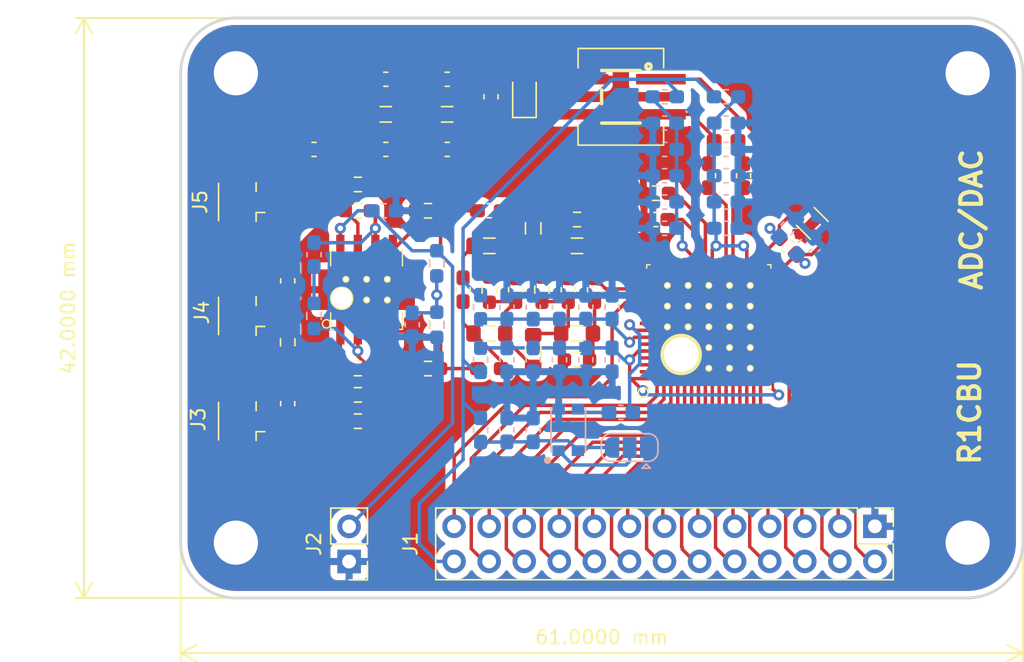
<source format=kicad_pcb>
(kicad_pcb (version 20210824) (generator pcbnew)
  (layers (0 "F.Cu" signal) (31 "B.Cu" signal) (34 "B.Paste" user) (35 "F.Paste" user) (36 "B.SilkS" user "B.Silkscreen") (37 "F.SilkS" user "F.Silkscreen") (38 "B.Mask" user) (39 "F.Mask" user) (44 "Edge.Cuts" user))
  (net 0 "")
  (net 1 "GND")
  (net 2 "VPP")
  (net 3 "/RF Frontend/RX")
  (net 4 "/RF Frontend/TX_P")
  (net 5 "/RF Frontend/TX_N")
  (net 6 "/RF Frontend/REFCLK")
  (net 7 "+3V3")
  (net 8 "/MODE")
  (net 9 "/RESET")
  (net 10 "/SEN")
  (net 11 "/SCLK")
  (net 12 "/SDO")
  (net 13 "/SDIO")
  (net 14 "/CLKOUT")
  (net 15 "/RXCLK")
  (net 16 "/TXCLK")
  (net 17 "/TXEN")
  (net 18 "/RXEN")
  (net 19 "/ADIO0")
  (net 20 "/ADIO1")
  (net 21 "/ADIO2")
  (net 22 "/ADIO3")
  (net 23 "/ADIO4")
  (net 24 "/ADIO5")
  (net 25 "/ADIO6")
  (net 26 "/ADIO7")
  (net 27 "/ADIO8")
  (net 28 "/ADIO9")
  (net 29 "/ADIO10")
  (net 30 "/ADIO11")
  (net 31 "/PGA")
  (net 32 "Net-(C1-Pad1)")
  (net 33 "Net-(C1-Pad2)")
  (net 34 "Net-(C2-Pad2)")
  (net 35 "Net-(C2-Pad1)")
  (net 36 "Net-(C3-Pad1)")
  (net 37 "Net-(C24-Pad2)")
  (net 38 "Net-(C4-Pad1)")
  (net 39 "Net-(C14-Pad1)")
  (net 40 "Net-(C10-Pad1)")
  (net 41 "Net-(C11-Pad1)")
  (net 42 "Net-(C12-Pad1)")
  (net 43 "Net-(C29-Pad1)")
  (net 44 "Net-(C29-Pad2)")
  (net 45 "Net-(C30-Pad1)")
  (net 46 "Net-(C30-Pad2)")
  (net 47 "Net-(C31-Pad1)")
  (net 48 "Net-(C31-Pad2)")
  (net 49 "Net-(C32-Pad1)")
  (net 50 "Net-(C32-Pad2)")
  (net 51 "Net-(C33-Pad1)")
  (net 52 "Net-(C34-Pad2)")
  (net 53 "Net-(C35-Pad1)")
  (net 54 "Net-(C36-Pad2)")
  (net 55 "Net-(C37-Pad2)")
  (net 56 "Net-(C39-Pad2)")
  (net 57 "Net-(C41-Pad1)")
  (net 58 "Net-(C41-Pad2)")
  (net 59 "Net-(C44-Pad2)")
  (net 60 "Net-(C45-Pad1)")
  (net 61 "Net-(C46-Pad1)")
  (net 62 "Net-(C47-Pad1)")
  (net 63 "Net-(JP1-Pad2)")
  (net 64 "Net-(R1-Pad2)")
  (net 65 "Net-(R10-Pad1)")
  (net 66 "Net-(R11-Pad1)")
  (net 67 "Net-(R12-Pad1)")
  (net 68 "Net-(R13-Pad1)")
  (net 69 "Net-(R14-Pad1)")
  (footprint "Capacitor_SMD:C_0603_1608Metric_Pad1.08x0.95mm_HandSolder" (layer "F.Cu") (at 102.235 58.42 90)
    (fp_text reference "C2" hide)
    (fp_text value "100nF")
  )
  (footprint "kicad:E_SERIES_1" (layer "F.Cu") (at 95.885 52.705)
    (fp_text reference "T1" hide)
    (fp_text value "8:1" hide)
  )
  (footprint "Capacitor_SMD:C_0603_1608Metric_Pad1.08x0.95mm_HandSolder" (layer "F.Cu") (at 78.86 56.515)
    (fp_text reference "C40" hide)
    (fp_text value "100pF")
  )
  (footprint "Inductor_SMD:L_0805_2012Metric_Pad1.05x1.20mm_HandSolder" (layer "F.Cu") (at 83.305 53.975 180)
    (fp_text reference "L7" hide)
    (fp_text value "330nH")
  )
  (footprint "Resistor_SMD:R_0603_1608Metric_Pad0.98x0.95mm_HandSolder" (layer "F.Cu") (at 76.835 59.055)
    (fp_text reference "R16" hide)
    (fp_text value "12")
  )
  (footprint "Resistor_SMD:R_0603_1608Metric_Pad0.98x0.95mm_HandSolder" (layer "F.Cu") (at 92.71 61.595)
    (fp_text reference "R3" hide)
    (fp_text value "33")
  )
  (footprint "Capacitor_SMD:C_0603_1608Metric_Pad1.08x0.95mm_HandSolder" (layer "F.Cu") (at 98.425 61.595 180)
    (fp_text reference "C4" hide)
    (fp_text value "100nF")
  )
  (footprint "Capacitor_SMD:C_0603_1608Metric_Pad1.08x0.95mm_HandSolder" (layer "F.Cu") (at 86.36 72.39 180)
    (fp_text reference "C34" hide)
    (fp_text value "100nF")
  )
  (footprint "Inductor_SMD:L_0805_2012Metric_Pad1.05x1.20mm_HandSolder" (layer "F.Cu") (at 86.36 63.5 180)
    (fp_text reference "L6" hide)
    (fp_text value "270nH")
  )
  (footprint "MountingHole:MountingHole_3.2mm_M3_DIN965_Pad" (layer "F.Cu") (at 121 85)
    (fp_text reference "H3" hide)
    (fp_text value "MountingHole_Pad" hide)
  )
  (footprint "Inductor_SMD:L_0805_2012Metric_Pad1.05x1.20mm_HandSolder" (layer "F.Cu") (at 78.86 53.975 180)
    (fp_text reference "L8" hide)
    (fp_text value "330nH")
  )
  (footprint "Capacitor_SMD:C_0603_1608Metric_Pad1.08x0.95mm_HandSolder" (layer "F.Cu") (at 93.98 66.675 90)
    (fp_text reference "C29" hide)
    (fp_text value "75pF")
  )
  (footprint "MountingHole:MountingHole_3.2mm_M3_DIN965_Pad" (layer "F.Cu") (at 68 85)
    (fp_text reference "H4" hide)
    (fp_text value "MountingHole_Pad" hide)
  )
  (footprint "Connector_Coaxial:U.FL_Hirose_U.FL-R-SMT-1_Vertical" (layer "F.Cu") (at 68.58 60.325 180)
    (fp_text reference "J5")
    (fp_text value "Conn_Coaxial")
  )
  (footprint "Connector_PinHeader_2.54mm:PinHeader_2x13_P2.54mm_Vertical" (layer "F.Cu") (at 114.285 83.815 -90)
    (fp_text reference "J1")
    (fp_text value "Conn_01x26" hide)
  )
  (footprint "Resistor_SMD:R_0603_1608Metric_Pad0.98x0.95mm_HandSolder" (layer "F.Cu") (at 92.71 71.755)
    (fp_text reference "R2" hide)
    (fp_text value "33")
  )
  (footprint "Inductor_SMD:L_0805_2012Metric_Pad1.05x1.20mm_HandSolder" (layer "F.Cu") (at 92.71 69.85 180)
    (fp_text reference "L1" hide)
    (fp_text value "240nH")
  )
  (footprint "MountingHole:MountingHole_3.2mm_M3_DIN965_Pad" (layer "F.Cu") (at 121 51)
    (fp_text reference "H2" hide)
    (fp_text value "MountingHole_Pad" hide)
  )
  (footprint "Connector_PinHeader_2.54mm:PinHeader_1x02_P2.54mm_Vertical" (layer "F.Cu") (at 76.2 86.365 180)
    (fp_text reference "J2")
    (fp_text value "Conn_01x02" hide)
  )
  (footprint "Resistor_SMD:R_0603_1608Metric_Pad0.98x0.95mm_HandSolder" (layer "F.Cu") (at 98.425 59.69)
    (fp_text reference "R1" hide)
    (fp_text value "1K6")
  )
  (footprint "Capacitor_SMD:C_0603_1608Metric_Pad1.08x0.95mm_HandSolder" (layer "F.Cu") (at 104.775 58.42 90)
    (fp_text reference "C3" hide)
    (fp_text value "100nF")
  )
  (footprint "Diode_SMD:D_SOD-323" (layer "F.Cu") (at 88.9 52.705 90)
    (fp_text reference "D1" hide)
    (fp_text value "CDSOD323-T05LC")
  )
  (footprint "Connector_Coaxial:U.FL_Hirose_U.FL-R-SMT-1_Vertical" (layer "F.Cu") (at 68.58 68.58 180)
    (fp_text reference "J4")
    (fp_text value "Conn_Coaxial")
  )
  (footprint "Inductor_SMD:L_0805_2012Metric_Pad1.05x1.20mm_HandSolder" (layer "F.Cu") (at 89.535 62.23 90)
    (fp_text reference "L4" hide)
    (fp_text value "270nH")
  )
  (footprint "Inductor_SMD:L_0805_2012Metric_Pad1.05x1.20mm_HandSolder" (layer "F.Cu") (at 86.36 69.85 180)
    (fp_text reference "L5" hide)
    (fp_text value "270nH")
  )
  (footprint "hermeslite:OPA2677" (layer "F.Cu") (at 75.565 69.55)
    (fp_text reference "U2" hide)
    (fp_text value "OPA2677")
  )
  (footprint "MountingHole:MountingHole_3.2mm_M3_DIN965_Pad" (layer "F.Cu") (at 68 51)
    (fp_text reference "H1" hide)
    (fp_text value "MountingHole_Pad" hide)
  )
  (footprint "Capacitor_SMD:C_0603_1608Metric_Pad1.08x0.95mm_HandSolder" (layer "F.Cu") (at 83.305 56.515)
    (fp_text reference "C38" hide)
    (fp_text value "180pF")
  )
  (footprint "Capacitor_SMD:C_0603_1608Metric_Pad1.08x0.95mm_HandSolder" (layer "F.Cu") (at 83.305 51.435 180)
    (fp_text reference "C37" hide)
    (fp_text value "10pF")
  )
  (footprint "hermeslite:AD9866" (layer "F.Cu") (at 102.255 69.37 90)
    (fp_text reference "U1" hide)
    (fp_text value "AD9866BCPZ")
  )
  (footprint "Capacitor_SMD:C_0603_1608Metric_Pad1.08x0.95mm_HandSolder" (layer "F.Cu") (at 86.48 52.705 90)
    (fp_text reference "C33" hide)
    (fp_text value "10pF")
  )
  (footprint "Resistor_SMD:R_0603_1608Metric_Pad0.98x0.95mm_HandSolder" (layer "F.Cu") (at 76.835 72.39)
    (fp_text reference "R13" hide)
    (fp_text value "330")
  )
  (footprint "Capacitor_SMD:C_0603_1608Metric_Pad1.08x0.95mm_HandSolder" (layer "F.Cu") (at 103.505 55.88)
    (fp_text reference "C24" hide)
    (fp_text value "8.2pF")
  )
  (footprint "Resistor_SMD:R_0603_1608Metric_Pad0.98x0.95mm_HandSolder" (layer "F.Cu") (at 76.835 60.96)
    (fp_text reference "R14" hide)
    (fp_text value "330")
  )
  (footprint "Capacitor_SMD:C_0603_1608Metric_Pad1.08x0.95mm_HandSolder" (layer "F.Cu") (at 73.66 56.515 180)
    (fp_text reference "C43" hide)
    (fp_text value "100nF")
  )
  (footprint "Capacitor_SMD:C_0603_1608Metric_Pad1.08x0.95mm_HandSolder" (layer "F.Cu") (at 71.755 74.93 -90)
    (fp_text reference "C45" hide)
    (fp_text value "100nF")
  )
  (footprint "Capacitor_SMD:C_1206_3216Metric_Pad1.33x1.80mm_HandSolder" (layer "F.Cu") (at 109.75312 61.87412 -45)
    (fp_text reference "C1" hide)
    (fp_text value "10uF")
  )
  (footprint "Capacitor_SMD:C_0603_1608Metric_Pad1.08x0.95mm_HandSolder" (layer "F.Cu") (at 86.36 60.96 180)
    (fp_text reference "C36" hide)
    (fp_text value "100nF")
  )
  (footprint "Resistor_SMD:R_0603_1608Metric_Pad0.98x0.95mm_HandSolder" (layer "F.Cu") (at 82.55 64.77 -90)
    (fp_text reference "R9" hide)
    (fp_text value "2K2")
  )
  (footprint "Inductor_SMD:L_0805_2012Metric_Pad1.05x1.20mm_HandSolder" (layer "F.Cu") (at 92.71 63.5 180)
    (fp_text reference "L2" hide)
    (fp_text value "240nH")
  )
  (footprint "Resistor_SMD:R_0603_1608Metric_Pad0.98x0.95mm_HandSolder" (layer "F.Cu") (at 86.36 66.675 -90)
    (fp_text reference "R5" hide)
    (fp_text value "1k")
  )
  (footprint "Capacitor_SMD:C_0603_1608Metric_Pad1.08x0.95mm_HandSolder" (layer "F.Cu") (at 88.265 66.675 90)
    (fp_text reference "C31" hide)
    (fp_text value "160pF")
  )
  (footprint "Resistor_SMD:R_0603_1608Metric_Pad0.98x0.95mm_HandSolder" (layer "F.Cu") (at 71.755 70.485 -90)
    (fp_text reference "R18" hide)
    (fp_text value "4K7")
  )
  (footprint "Capacitor_SMD:C_0603_1608Metric_Pad1.08x0.95mm_HandSolder" (layer "F.Cu") (at 84.455 66.675 90)
    (fp_text reference "C32" hide)
    (fp_text value "100pF")
  )
  (footprint "Resistor_SMD:R_0603_1608Metric_Pad0.98x0.95mm_HandSolder" (layer "F.Cu") (at 76.835 76.2 180)
    (fp_text reference "R17" hide)
    (fp_text value "4K7")
  )
  (footprint "Resistor_SMD:R_0603_1608Metric_Pad0.98x0.95mm_HandSolder" (layer "F.Cu") (at 76.835 74.295)
    (fp_text reference "R15" hide)
    (fp_text value "12")
  )
  (footprint "Resistor_SMD:R_0603_1608Metric_Pad0.98x0.95mm_HandSolder" (layer "F.Cu") (at 82.55 69.215 -90)
    (fp_text reference "R8" hide)
    (fp_text value "2K2")
  )
  (footprint "Capacitor_SMD:C_0603_1608Metric_Pad1.08x0.95mm_HandSolder" (layer "F.Cu") (at 107.97512 63.52512 -45)
    (fp_text reference "C13" hide)
    (fp_text value "100nF")
  )
  (footprint "Capacitor_SMD:C_0603_1608Metric_Pad1.08x0.95mm_HandSolder" (layer "F.Cu") (at 92.075 66.675 90)
    (fp_text reference "C30" hide)
    (fp_text value "150pF")
  )
  (footprint "Capacitor_SMD:C_0603_1608Metric_Pad1.08x0.95mm_HandSolder" (layer "F.Cu") (at 71.755 66.04 -90)
    (fp_text reference "C46" hide)
    (fp_text value "100nF")
  )
  (footprint "Resistor_SMD:R_0603_1608Metric_Pad0.98x0.95mm_HandSolder" (layer "F.Cu") (at 81.915 60.96)
    (fp_text reference "R12" hide)
    (fp_text value "22")
  )
  (footprint "Capacitor_SMD:C_0603_1608Metric_Pad1.08x0.95mm_HandSolder" (layer "F.Cu") (at 78.86 51.435 180)
    (fp_text reference "C39" hide)
    (fp_text value "10pF")
  )
  (footprint "Resistor_SMD:R_0603_1608Metric_Pad0.98x0.95mm_HandSolder" (layer "F.Cu") (at 90.17 66.675 -90)
    (fp_text reference "R4" hide)
    (fp_text value "1k")
  )
  (footprint "Connector_Coaxial:U.FL_Hirose_U.FL-R-SMT-1_Vertical" (layer "F.Cu") (at 68.58 76.2 180)
    (fp_text reference "J3")
    (fp_text value "Conn_Coaxial")
  )
  (footprint "Inductor_SMD:L_0805_2012Metric_Pad1.05x1.20mm_HandSolder" (layer "F.Cu") (at 89.535 71.12 -90)
    (fp_text reference "L3" hide)
    (fp_text value "270nH")
  )
  (footprint "Resistor_SMD:R_0603_1608Metric_Pad0.98x0.95mm_HandSolder" (layer "F.Cu") (at 81.915 72.39)
    (fp_text reference "R10" hide)
    (fp_text value "22")
  )
  (footprint "Capacitor_SMD:C_0603_1608Metric_Pad1.08x0.95mm_HandSolder" (layer "B.Cu") (at 87.63 71.755 -90)
    (fp_text reference "C28" hide)
    (fp_text value "10uF" hide)
  )
  (footprint "Capacitor_SMD:C_0603_1608Metric_Pad1.08x0.95mm_HandSolder" (layer "B.Cu") (at 78.74 60.96 180)
    (fp_text reference "C42" hide)
    (fp_text value "100nF" hide)
  )
  (footprint "kicad:TXCO" (layer "B.Cu") (at 92.075 76.835 90)
    (fp_text reference "X1" hide)
    (fp_text value "38.4M" hide)
  )
  (footprint "Capacitor_SMD:C_0603_1608Metric_Pad1.08x0.95mm_HandSolder" (layer "B.Cu") (at 103.505 54.61)
    (fp_text reference "C25" hide)
    (fp_text value "10uF" hide)
  )
  (footprint "Capacitor_SMD:C_0603_1608Metric_Pad1.08x0.95mm_HandSolder" (layer "B.Cu") (at 99.06 60.325 180)
    (fp_text reference "C10" hide)
    (fp_text value "10nF" hide)
  )
  (footprint "Capacitor_SMD:C_0603_1608Metric_Pad1.08x0.95mm_HandSolder" (layer "B.Cu") (at 80.772 69.215 -90)
    (fp_text reference "C35" hide)
    (fp_text value "100nF")
  )
  (footprint "Resistor_SMD:R_0603_1608Metric_Pad0.98x0.95mm_HandSolder" (layer "B.Cu") (at 82.55 69.215 90)
    (fp_text reference "R7" hide)
    (fp_text value "1k")
  )
  (footprint "Capacitor_SMD:C_0603_1608Metric_Pad1.08x0.95mm_HandSolder" (layer "B.Cu") (at 89.535 76.835 -90)
    (fp_text reference "C44" hide)
    (fp_text value "100nF" hide)
  )
  (footprint "Inductor_SMD:L_0603_1608Metric_Pad1.05x0.95mm_HandSolder" (layer "B.Cu") (at 99.06 52.705 180)
    (fp_text reference "FB2" hide)
    (fp_text value "MPZ1608S601ATA00" hide)
  )
  (footprint "Capacitor_SMD:C_0603_1608Metric_Pad1.08x0.95mm_HandSolder" (layer "B.Cu") (at 103.505 62.23)
    (fp_text reference "C5" hide)
    (fp_text value "1nF" hide)
  )
  (footprint "Capacitor_SMD:C_0603_1608Metric_Pad1.08x0.95mm_HandSolder" (layer "B.Cu") (at 91.44 67.945 90)
    (fp_text reference "C16" hide)
    (fp_text value "100nF" hide)
  )
  (footprint "Capacitor_SMD:C_0603_1608Metric_Pad1.08x0.95mm_HandSolder" (layer "B.Cu") (at 99.06 56.515 180)
    (fp_text reference "C19" hide)
    (fp_text value "1uF")
  )
  (footprint "Capacitor_SMD:C_0603_1608Metric_Pad1.08x0.95mm_HandSolder" (layer "B.Cu") (at 91.44 71.755 -90)
    (fp_text reference "C17" hide)
    (fp_text value "100nF" hide)
  )
  (footprint "Capacitor_SMD:C_0603_1608Metric_Pad1.08x0.95mm_HandSolder" (layer "B.Cu") (at 89.535 71.755 -90)
    (fp_text reference "C21" hide)
    (fp_text value "1uF" hide)
  )
  (footprint "Capacitor_SMD:C_0603_1608Metric_Pad1.08x0.95mm_HandSolder" (layer "B.Cu") (at 109.22 63.5 45)
    (fp_text reference "C23" hide)
    (fp_text value "100nF")
  )
  (footprint "Capacitor_SMD:C_0603_1608Metric_Pad1.08x0.95mm_HandSolder" (layer "B.Cu") (at 87.63 67.945 90)
    (fp_text reference "C27" hide)
    (fp_text value "10uF" hide)
  )
  (footprint "Capacitor_SMD:C_0603_1608Metric_Pad1.08x0.95mm_HandSolder" (layer "B.Cu") (at 103.505 56.515)
    (fp_text reference "C18" hide)
    (fp_text value "1uF" hide)
  )
  (footprint "Capacitor_SMD:C_0603_1608Metric_Pad1.08x0.95mm_HandSolder" (layer "B.Cu") (at 99.06 58.42 180)
    (fp_text reference "C15" hide)
    (fp_text value "100nF" hide)
  )
  (footprint "Capacitor_SMD:C_0603_1608Metric_Pad1.08x0.95mm_HandSolder" (layer "B.Cu") (at 93.345 67.945 90)
    (fp_text reference "C11" hide)
    (fp_text value "10nF" hide)
  )
  (footprint "Capacitor_SMD:C_0603_1608Metric_Pad1.08x0.95mm_HandSolder" (layer "B.Cu") (at 89.535 67.945 90)
    (fp_text reference "C20" hide)
    (fp_text value "1uF" hide)
  )
  (footprint "Inductor_SMD:L_0603_1608Metric_Pad1.05x0.95mm_HandSolder" (layer "B.Cu") (at 85.725 71.755 90)
    (fp_text reference "FB4" hide)
    (fp_text value "MPZ1608S601ATA00" hide)
  )
  (footprint "Capacitor_SMD:C_0603_1608Metric_Pad1.08x0.95mm_HandSolder" (layer "B.Cu") (at 73.66 64.135 90)
    (fp_text reference "C41" hide)
    (fp_text value "100nF")
  )
  (footprint "Capacitor_SMD:C_0603_1608Metric_Pad1.08x0.95mm_HandSolder" (layer "B.Cu") (at 99.06 54.61 180)
    (fp_text reference "C26" hide)
    (fp_text value "10uF")
  )
  (footprint "Inductor_SMD:L_0603_1608Metric_Pad1.05x0.95mm_HandSolder" (layer "B.Cu") (at 85.725 76.835 -90)
    (fp_text reference "FB5" hide)
    (fp_text value "MPZ1608S601ATA00" hide)
  )
  (footprint "Capacitor_SMD:C_0603_1608Metric_Pad1.08x0.95mm_HandSolder" (layer "B.Cu") (at 103.505 60.325)
    (fp_text reference "C9" hide)
    (fp_text value "10nF" hide)
  )
  (footprint "Capacitor_SMD:C_0603_1608Metric_Pad1.08x0.95mm_HandSolder" (layer "B.Cu") (at 103.505 58.42)
    (fp_text reference "C14" hide)
    (fp_text value "100nF" hide)
  )
  (footprint "Capacitor_SMD:C_0603_1608Metric_Pad1.08x0.95mm_HandSolder" (layer "B.Cu") (at 99.06 62.23 180)
    (fp_text reference "C6" hide)
    (fp_text value "1nF" hide)
  )
  (footprint "Capacitor_SMD:C_0603_1608Metric_Pad1.08x0.95mm_HandSolder" (layer "B.Cu") (at 107.95 62.23 45)
    (fp_text reference "C22" hide)
    (fp_text value "100nF")
  )
  (footprint "Capacitor_SMD:C_0603_1608Metric_Pad1.08x0.95mm_HandSolder" (layer "B.Cu") (at 95.25 71.755 -90)
    (fp_text reference "C8" hide)
    (fp_text value "1nF" hide)
  )
  (footprint "Capacitor_SMD:C_0603_1608Metric_Pad1.08x0.95mm_HandSolder" (layer "B.Cu") (at 87.63 76.835 -90)
    (fp_text reference "C48" hide)
    (fp_text value "10uF" hide)
  )
  (footprint "Resistor_SMD:R_0603_1608Metric_Pad0.98x0.95mm_HandSolder" (layer "B.Cu") (at 73.66 68.58 90)
    (fp_text reference "R11" hide)
    (fp_text value "120")
  )
  (footprint "Capacitor_SMD:C_0603_1608Metric_Pad1.08x0.95mm_HandSolder" (layer "B.Cu") (at 93.345 71.755 -90)
    (fp_text reference "C12" hide)
    (fp_text value "10nF" hide)
  )
  (footprint "Capacitor_SMD:C_0603_1608Metric_Pad1.08x0.95mm_HandSolder" (layer "B.Cu") (at 95.885 75.565)
    (fp_text reference "C47" hide)
    (fp_text value "100nF" hide)
  )
  (footprint "Jumper:SolderJumper-3_P1.3mm_Open_RoundedPad1.0x1.5mm" (layer "B.Cu") (at 96.52 78.105 180)
    (fp_text reference "JP1" hide)
    (fp_text value "~")
  )
  (footprint "Capacitor_SMD:C_0603_1608Metric_Pad1.08x0.95mm_HandSolder" (layer "B.Cu") (at 95.25 67.945 90)
    (fp_text reference "C7" hide)
    (fp_text value "1nF" hide)
  )
  (footprint "Inductor_SMD:L_0603_1608Metric_Pad1.05x0.95mm_HandSolder" (layer "B.Cu") (at 85.725 67.945 -90)
    (fp_text reference "FB3" hide)
    (fp_text value "MPZ1608S601ATA00" hide)
  )
  (footprint "Inductor_SMD:L_0603_1608Metric_Pad1.05x0.95mm_HandSolder" (layer "B.Cu") (at 103.505 52.705 180)
    (fp_text reference "FB1" hide)
    (fp_text value "MPZ1608S601ATA00" hide)
  )
  (footprint "Resistor_SMD:R_0603_1608Metric_Pad0.98x0.95mm_HandSolder" (layer "B.Cu") (at 82.55 64.77 90)
    (fp_text reference "R6" hide)
    (fp_text value "1k")
  )
  (gr_line (start 121 47) (end 68 47) (layer "Edge.Cuts") (width 0.2))
  (gr_arc (start 67.999998 51) (end 68 47) (angle -90) (layer "Edge.Cuts") (width 0.2))
  (gr_line (start 63.999998 50.999998) (end 64 85) (layer "Edge.Cuts") (width 0.2))
  (gr_arc (start 121 50.999998) (end 121 47) (angle 90) (layer "Edge.Cuts") (width 0.2))
  (gr_line (start 67.999998 89.000002) (end 121 89) (layer "Edge.Cuts") (width 0.2))
  (gr_line (start 125.000002 85.000002) (end 124.999998 50.999998) (layer "Edge.Cuts") (width 0.2))
  (gr_arc (start 121.000002 85) (end 121 89) (angle -90) (layer "Edge.Cuts") (width 0.2))
  (gr_arc (start 68 85.000002) (end 64 85) (angle -90) (layer "Edge.Cuts") (width 0.2))
  (gr_text "R1CBU" (at 121.158 75.565 90) (layer "F.SilkS") (effects (font (size 1.5 1.5) (thickness 0.3))))
  (gr_text "ADC/DAC" (at 121.285 61.595 90) (layer "F.SilkS") (effects (font (size 1.5 1.5) (thickness 0.3))))
  (dimension (type aligned) (layer "F.SilkS") (pts (xy 68 47) (xy 67.999998 89.000002)) (height 10.999999) (gr_text "42,0000 mm" (at 55.85 68.000001 89.99999727) (layer "F.SilkS") (effects (font (size 1 1) (thickness 0.15)))) (format (units 3) (units_format 1) (precision 4)) (style (thickness 0.15) (arrow_length 1.27) (text_position_mode 0) (extension_height 0.58642) (extension_offset 0.5) keep_text_aligned))
  (dimension (type aligned) (layer "F.SilkS") (pts (xy 64 83) (xy 125 83)) (height 9.999999) (gr_text "61,0000 mm" (at 94.5 91.849999) (layer "F.SilkS") (effects (font (size 1 1) (thickness 0.15)))) (format (units 3) (units_format 1) (precision 4)) (style (thickness 0.15) (arrow_length 1.27) (text_position_mode 0) (extension_height 0.58642) (extension_offset 0.5) keep_text_aligned))
  (segment (start 104.505 64.77) (end 104.505 65.62) (width 0.25) (layer "F.Cu") (net 1))
  (segment (start 105.505 68.12) (end 105.255 67.87) (width 0.25) (layer "F.Cu") (net 1))
  (segment (start 79.375 69.55) (end 79.375 67.83) (width 0.25) (layer "F.Cu") (net 1))
  (segment (start 105.505 64.77) (end 105.505 66.12) (width 0.25) (layer "F.Cu") (net 1))
  (segment (start 97.655 72.62) (end 97.829022 72.62) (width 0.25) (layer "F.Cu") (net 1))
  (segment (start 106.005 68.62) (end 105.255 69.37) (width 0.25) (layer "F.Cu") (net 1))
  (segment (start 106.855 68.12) (end 105.505 68.12) (width 0.25) (layer "F.Cu") (net 1))
  (segment (start 98.505 64.77) (end 98.505 65.62) (width 0.25) (layer "F.Cu") (net 1))
  (segment (start 98.358553 70.62) (end 99.255 69.723553) (width 0.25) (layer "F.Cu") (net 1))
  (segment (start 106.855 67.12) (end 106.005 67.12) (width 0.25) (layer "F.Cu") (net 1))
  (segment (start 97.655 72.12) (end 98.329022 72.12) (width 0.25) (layer "F.Cu") (net 1))
  (segment (start 104.505 65.62) (end 103.755 66.37) (width 0.25) (layer "F.Cu") (net 1))
  (segment (start 99.005 68.12) (end 99.255 67.87) (width 0.25) (layer "F.Cu") (net 1))
  (segment (start 106.855 72.62) (end 105.505 72.62) (width 0.25) (layer "F.Cu") (net 1))
  (segment (start 98.505 65.62) (end 99.255 66.37) (width 0.25) (layer "F.Cu") (net 1))
  (segment (start 99.005 66.12) (end 99.255 66.37) (width 0.25) (layer "F.Cu") (net 1))
  (segment (start 99.005 64.77) (end 99.005 66.12) (width 0.25) (layer "F.Cu") (net 1))
  (segment (start 98.329022 72.12) (end 98.459277 71.989745) (width 0.25) (layer "F.Cu") (net 1))
  (segment (start 105.505 69.12) (end 105.255 69.37) (width 0.25) (layer "F.Cu") (net 1))
  (segment (start 103.005 64.77) (end 103.005 65.62) (width 0.25) (layer "F.Cu") (net 1))
  (segment (start 98.505 68.62) (end 99.255 67.87) (width 0.25) (layer "F.Cu") (net 1))
  (segment (start 97.655 68.62) (end 98.505 68.62) (width 0.25) (layer "F.Cu") (net 1))
  (segment (start 105.505 67.62) (end 105.255 67.87) (width 0.25) (layer "F.Cu") (net 1))
  (segment (start 106.855 66.12) (end 105.505 66.12) (width 0.25) (layer "F.Cu") (net 1))
  (segment (start 106.005 67.12) (end 105.255 67.87) (width 0.25) (layer "F.Cu") (net 1))
  (segment (start 105.505 66.12) (end 105.255 66.37) (width 0.25) (layer "F.Cu") (net 1))
  (segment (start 97.829022 72.62) (end 98.459277 71.989745) (width 0.25) (layer "F.Cu") (net 1))
  (segment (start 100.505 66.12) (end 100.755 66.37) (width 0.25) (layer "F.Cu") (net 1))
  (segment (start 79.375 67.83) (end 78.97 67.425) (width 0.25) (layer "F.Cu") (net 1))
  (segment (start 97.655 70.62) (end 98.358553 70.62) (width 0.25) (layer "F.Cu") (net 1))
  (segment (start 99.255 69.723553) (end 99.255 69.37) (width 0.25) (layer "F.Cu") (net 1))
  (segment (start 97.655 68.12) (end 99.005 68.12) (width 0.25) (layer "F.Cu") (net 1))
  (segment (start 98.459277 71.989745) (end 98.459277 70.519277) (width 0.25) (layer "F.Cu") (net 1))
  (segment (start 106.855 68.62) (end 106.005 68.62) (width 0.25) (layer "F.Cu") (net 1))
  (segment (start 105.505 72.62) (end 105.255 72.37) (width 0.25) (layer "F.Cu") (net 1))
  (segment (start 100.505 64.77) (end 100.505 66.12) (width 0.25) (layer "F.Cu") (net 1))
  (segment (start 106.855 67.62) (end 105.505 67.62) (width 0.25) (layer "F.Cu") (net 1))
  (segment (start 106.855 69.12) (end 105.505 69.12) (width 0.25) (layer "F.Cu") (net 1))
  (segment (start 103.005 65.62) (end 102.255 66.37) (width 0.25) (layer "F.Cu") (net 1))
  (segment (start 75.565 62.23) (end 75.565 63.8) (width 0.25) (layer "F.Cu") (net 2))
  (via (at 75.565 62.23) (size 0.8) (drill 0.4) (layers "F.Cu" "B.Cu") (net 2))
  (segment (start 77.8775 60.96) (end 80.775 63.8575) (width 0.25) (layer "B.Cu") (net 2))
  (segment (start 76.835 60.96) (end 75.565 62.23) (width 0.25) (layer "B.Cu") (net 2))
  (segment (start 77.8775 60.96) (end 76.835 60.96) (width 0.25) (layer "B.Cu") (net 2))
  (segment (start 82.55 63.8575) (end 83.693 65.0005) (width 0.25) (layer "B.Cu") (net 2))
  (segment (start 83.693 76.332) (end 76.2 83.825) (width 0.25) (layer "B.Cu") (net 2))
  (segment (start 80.775 63.8575) (end 82.55 63.8575) (width 0.25) (layer "B.Cu") (net 2))
  (segment (start 83.693 65.0005) (end 83.693 76.332) (width 0.25) (layer "B.Cu") (net 2))
  (segment (start 72.7975 57.1575) (end 72.7975 56.515) (width 0.25) (layer "F.Cu") (net 3))
  (segment (start 69.63 60.325) (end 72.7975 57.1575) (width 0.25) (layer "F.Cu") (net 3))
  (segment (start 71.755 75.7925) (end 70.0375 75.7925) (width 0.2) (layer "F.Cu") (net 4))
  (segment (start 70.0375 75.7925) (end 69.63 76.2) (width 0.2) (layer "F.Cu") (net 4))
  (segment (start 72.1625 76.2) (end 71.755 75.7925) (width 0.2) (layer "F.Cu") (net 4))
  (segment (start 75.9225 76.2) (end 72.1625 76.2) (width 0.2) (layer "F.Cu") (net 4))
  (segment (start 70.0775 68.58) (end 71.755 66.9025) (width 0.2) (layer "F.Cu") (net 5))
  (segment (start 71.755 69.5725) (end 71.755 66.9025) (width 0.2) (layer "F.Cu") (net 5))
  (segment (start 69.63 68.58) (end 70.0775 68.58) (width 0.2) (layer "F.Cu") (net 5))
  (segment (start 97.655 69.62) (end 96.925 69.62) (width 0.25) (layer "F.Cu") (net 6))
  (segment (start 96.925 69.62) (end 96.52 69.215) (width 0.25) (layer "F.Cu") (net 6))
  (via (at 96.52 69.215) (size 0.8) (drill 0.4) (layers "F.Cu" "B.Cu") (net 6))
  (segment (start 97.244511 69.939511) (end 97.244511 72.055103) (width 0.25) (layer "B.Cu") (net 6))
  (segment (start 96.52 69.215) (end 97.244511 69.939511) (width 0.25) (layer "B.Cu") (net 6))
  (segment (start 96.52 72.779614) (end 96.52 75.3375) (width 0.25) (layer "B.Cu") (net 6))
  (segment (start 96.52 75.3375) (end 96.7475 75.565) (width 0.25) (layer "B.Cu") (net 6))
  (segment (start 97.244511 72.055103) (end 96.52 72.779614) (width 0.25) (layer "B.Cu") (net 6))
  (segment (start 84.455 62.23) (end 95.25 51.435) (width 0.25) (layer "B.Cu") (net 7))
  (segment (start 85.725 75.96) (end 85.612 75.96) (width 0.25) (layer "B.Cu") (net 7))
  (segment (start 85.725 72.63) (end 85.33 72.63) (width 0.25) (layer "B.Cu") (net 7))
  (segment (start 81.28 85.09) (end 81.28 82.169) (width 0.25) (layer "B.Cu") (net 7))
  (segment (start 99.935 52.31) (end 99.06 51.435) (width 0.25) (layer "B.Cu") (net 7))
  (segment (start 84.455 66.04) (end 84.455 62.23) (width 0.25) (layer "B.Cu") (net 7))
  (segment (start 85.725 67.07) (end 85.485 67.07) (width 0.25) (layer "B.Cu") (net 7))
  (segment (start 85.612 75.96) (end 84.455 74.803) (width 0.25) (layer "B.Cu") (net 7))
  (segment (start 84.455 74.803) (end 84.455 71.755) (width 0.25) (layer "B.Cu") (net 7))
  (segment (start 99.06 51.435) (end 101.36 51.435) (width 0.25) (layer "B.Cu") (net 7))
  (segment (start 95.25 51.435) (end 99.06 51.435) (width 0.25) (layer "B.Cu") (net 7))
  (segment (start 85.485 67.07) (end 84.455 66.04) (width 0.25) (layer "B.Cu") (net 7))
  (segment (start 84.455 78.994) (end 84.455 74.803) (width 0.25) (layer "B.Cu") (net 7))
  (segment (start 99.935 52.705) (end 99.935 52.31) (width 0.25) (layer "B.Cu") (net 7))
  (segment (start 84.455 71.755) (end 84.455 66.04) (width 0.25) (layer "B.Cu") (net 7))
  (segment (start 82.545 86.355) (end 83.805 86.355) (width 0.25) (layer "B.Cu") (net 7))
  (segment (start 99.935 52.705) (end 99.695 52.705) (width 0.25) (layer "B.Cu") (net 7))
  (segment (start 101.36 51.435) (end 102.63 52.705) (width 0.25) (layer "B.Cu") (net 7))
  (segment (start 85.33 72.63) (end 84.455 71.755) (width 0.25) (layer "B.Cu") (net 7))
  (segment (start 81.28 82.169) (end 84.455 78.994) (width 0.25) (layer "B.Cu") (net 7))
  (segment (start 81.28 85.09) (end 82.545 86.355) (width 0.25) (layer "B.Cu") (net 7))
  (segment (start 97.655 67.62) (end 96.21 67.62) (width 0.25) (layer "F.Cu") (net 8))
  (segment (start 95.25 73.025) (end 93.853 74.422) (width 0.25) (layer "F.Cu") (net 8))
  (segment (start 83.81 78.75) (end 83.81 83.942) (width 0.25) (layer "F.Cu") (net 8))
  (segment (start 83.81 83.942) (end 83.683 84.069) (width 0.25) (layer "F.Cu") (net 8))
  (segment (start 93.853 74.422) (end 88.138 74.422) (width 0.25) (layer "F.Cu") (net 8))
  (segment (start 88.138 74.422) (end 83.81 78.75) (width 0.25) (layer "F.Cu") (net 8))
  (segment (start 96.21 67.62) (end 95.25 68.58) (width 0.25) (layer "F.Cu") (net 8))
  (segment (start 95.25 68.58) (end 95.25 73.025) (width 0.25) (layer "F.Cu") (net 8))
  (segment (start 112.903 72.001489) (end 107.521511 66.62) (width 0.25) (layer "F.Cu") (net 9))
  (segment (start 107.521511 66.62) (end 106.855 66.62) (width 0.25) (layer "F.Cu") (net 9))
  (segment (start 114.163 86.609) (end 112.903 85.349) (width 0.25) (layer "F.Cu") (net 9))
  (segment (start 112.903 85.349) (end 112.903 72.001489) (width 0.25) (layer "F.Cu") (net 9))
  (segment (start 110.448489 71.332489) (end 109.236 70.12) (width 0.25) (layer "F.Cu") (net 10))
  (segment (start 111.623 86.609) (end 110.448489 85.434489) (width 0.25) (layer "F.Cu") (net 10))
  (segment (start 109.236 70.12) (end 106.855 70.12) (width 0.25) (layer "F.Cu") (net 10))
  (segment (start 110.448489 85.434489) (end 110.448489 71.332489) (width 0.25) (layer "F.Cu") (net 10))
  (segment (start 109 79.849) (end 109 83.986) (width 0.25) (layer "F.Cu") (net 11))
  (segment (start 106.855 70.62) (end 108.847 70.62) (width 0.25) (layer "F.Cu") (net 11))
  (segment (start 109.855 71.628) (end 109.855 78.994) (width 0.25) (layer "F.Cu") (net 11))
  (segment (start 109.855 78.994) (end 109 79.849) (width 0.25) (layer "F.Cu") (net 11))
  (segment (start 108.847 70.62) (end 109.855 71.628) (width 0.25) (layer "F.Cu") (net 11))
  (segment (start 109 83.986) (end 109.083 84.069) (width 0.25) (layer "F.Cu") (net 11))
  (segment (start 107.823 80.0935) (end 109.22 78.6965) (width 0.25) (layer "F.Cu") (net 12))
  (segment (start 109.22 72.009) (end 108.280511 71.069511) (width 0.25) (layer "F.Cu") (net 12))
  (segment (start 108.280511 71.069511) (end 107.061 71.069511) (width 0.25) (layer "F.Cu") (net 12))
  (segment (start 109.083 86.609) (end 107.823 85.349) (width 0.25) (layer "F.Cu") (net 12))
  (segment (start 107.823 85.349) (end 107.823 80.0935) (width 0.25) (layer "F.Cu") (net 12))
  (segment (start 109.22 78.6965) (end 109.22 72.009) (width 0.25) (layer "F.Cu") (net 12))
  (segment (start 106.543 80.457) (end 108.585 78.415) (width 0.25) (layer "F.Cu") (net 13))
  (segment (start 108.585 78.415) (end 108.585 72.39) (width 0.25) (layer "F.Cu") (net 13))
  (segment (start 107.815 71.62) (end 106.855 71.62) (width 0.25) (layer "F.Cu") (net 13))
  (segment (start 108.585 72.39) (end 107.815 71.62) (width 0.25) (layer "F.Cu") (net 13))
  (segment (start 106.543 84.069) (end 106.543 80.457) (width 0.25) (layer "F.Cu") (net 13))
  (segment (start 106.543 86.609) (end 105.2195 85.2855) (width 0.25) (layer "F.Cu") (net 14))
  (segment (start 108.077 78.105) (end 108.077 72.667978) (width 0.25) (layer "F.Cu") (net 14))
  (segment (start 105.2195 80.9625) (end 108.077 78.105) (width 0.25) (layer "F.Cu") (net 14))
  (segment (start 107.529022 72.12) (end 106.855 72.12) (width 0.25) (layer "F.Cu") (net 14))
  (segment (start 108.077 72.667978) (end 107.529022 72.12) (width 0.25) (layer "F.Cu") (net 14))
  (segment (start 105.2195 85.2855) (end 105.2195 80.9625) (width 0.25) (layer "F.Cu") (net 14))
  (segment (start 106.005 79.288) (end 104.003 81.29) (width 0.25) (layer "F.Cu") (net 15))
  (segment (start 104.003 81.29) (end 104.003 84.069) (width 0.25) (layer "F.Cu") (net 15))
  (segment (start 106.005 73.97) (end 106.005 79.288) (width 0.25) (layer "F.Cu") (net 15))
  (segment (start 105.505 79.026) (end 102.743 81.788) (width 0.25) (layer "F.Cu") (net 16))
  (segment (start 102.743 85.349) (end 104.003 86.609) (width 0.25) (layer "F.Cu") (net 16))
  (segment (start 102.743 81.788) (end 102.743 85.349) (width 0.25) (layer "F.Cu") (net 16))
  (segment (start 105.505 73.97) (end 105.505 79.026) (width 0.25) (layer "F.Cu") (net 16))
  (segment (start 105.005 73.97) (end 105.005 78.764) (width 0.25) (layer "F.Cu") (net 17))
  (segment (start 105.005 78.764) (end 101.463 82.306) (width 0.25) (layer "F.Cu") (net 17))
  (segment (start 101.463 82.306) (end 101.463 84.069) (width 0.25) (layer "F.Cu") (net 17))
  (segment (start 100.288489 85.302489) (end 100.33 85.344) (width 0.25) (layer "F.Cu") (net 18))
  (segment (start 100.33 85.476) (end 101.463 86.609) (width 0.25) (layer "F.Cu") (net 18))
  (segment (start 100.288489 82.591511) (end 100.288489 85.302489) (width 0.25) (layer "F.Cu") (net 18))
  (segment (start 104.505 78.375) (end 100.288489 82.591511) (width 0.25) (layer "F.Cu") (net 18))
  (segment (start 104.505 73.97) (end 104.505 78.375) (width 0.25) (layer "F.Cu") (net 18))
  (segment (start 100.33 85.344) (end 100.33 85.476) (width 0.25) (layer "F.Cu") (net 18))
  (segment (start 100.33 80.772) (end 98.923 82.179) (width 0.25) (layer "F.Cu") (net 19))
  (segment (start 98.923 82.179) (end 98.923 84.069) (width 0.25) (layer "F.Cu") (net 19))
  (segment (start 104.005 77.986) (end 101.219 80.772) (width 0.25) (layer "F.Cu") (net 19))
  (segment (start 101.219 80.772) (end 100.33 80.772) (width 0.25) (layer "F.Cu") (net 19))
  (segment (start 104.005 73.97) (end 104.005 77.986) (width 0.25) (layer "F.Cu") (net 19))
  (segment (start 97.748489 81.702511) (end 97.748489 85.434489) (width 0.25) (layer "F.Cu") (net 20))
  (segment (start 100.838 80.264) (end 99.187 80.264) (width 0.25) (layer "F.Cu") (net 20))
  (segment (start 97.748489 85.434489) (end 98.923 86.609) (width 0.25) (layer "F.Cu") (net 20))
  (segment (start 99.187 80.264) (end 97.748489 81.702511) (width 0.25) (layer "F.Cu") (net 20))
  (segment (start 103.505 73.97) (end 103.505 77.597) (width 0.25) (layer "F.Cu") (net 20))
  (segment (start 103.505 77.597) (end 100.838 80.264) (width 0.25) (layer "F.Cu") (net 20))
  (segment (start 100.457 79.756) (end 98.298 79.756) (width 0.25) (layer "F.Cu") (net 21))
  (segment (start 103.005 77.208) (end 100.457 79.756) (width 0.25) (layer "F.Cu") (net 21))
  (segment (start 98.298 79.756) (end 96.383 81.671) (width 0.25) (layer "F.Cu") (net 21))
  (segment (start 96.383 81.671) (end 96.383 84.069) (width 0.25) (layer "F.Cu") (net 21))
  (segment (start 103.005 73.97) (end 103.005 77.208) (width 0.25) (layer "F.Cu") (net 21))
  (segment (start 102.505 73.97) (end 102.505 76.819) (width 0.25) (layer "F.Cu") (net 22))
  (segment (start 97.155 79.248) (end 95.208489 81.194511) (width 0.25) (layer "F.Cu") (net 22))
  (segment (start 102.505 76.819) (end 100.076 79.248) (width 0.25) (layer "F.Cu") (net 22))
  (segment (start 95.208489 81.194511) (end 95.208489 85.434489) (width 0.25) (layer "F.Cu") (net 22))
  (segment (start 100.076 79.248) (end 97.155 79.248) (width 0.25) (layer "F.Cu") (net 22))
  (segment (start 95.208489 85.434489) (end 96.383 86.609) (width 0.25) (layer "F.Cu") (net 22))
  (segment (start 96.012 78.74) (end 93.843 80.909) (width 0.25) (layer "F.Cu") (net 23))
  (segment (start 99.695 78.74) (end 96.012 78.74) (width 0.25) (layer "F.Cu") (net 23))
  (segment (start 102.005 76.43) (end 99.695 78.74) (width 0.25) (layer "F.Cu") (net 23))
  (segment (start 102.005 73.97) (end 102.005 76.43) (width 0.25) (layer "F.Cu") (net 23))
  (segment (start 93.843 80.909) (end 93.843 84.069) (width 0.25) (layer "F.Cu") (net 23))
  (segment (start 92.668489 85.434489) (end 93.843 86.609) (width 0.25) (layer "F.Cu") (net 24))
  (segment (start 99.314 78.232) (end 95.123 78.232) (width 0.25) (layer "F.Cu") (net 24))
  (segment (start 95.123 78.232) (end 92.668489 80.686511) (width 0.25) (layer "F.Cu") (net 24))
  (segment (start 101.505 73.97) (end 101.505 76.041) (width 0.25) (layer "F.Cu") (net 24))
  (segment (start 101.505 76.041) (end 99.314 78.232) (width 0.25) (layer "F.Cu") (net 24))
  (segment (start 92.668489 80.686511) (end 92.668489 85.434489) (width 0.25) (layer "F.Cu") (net 24))
  (segment (start 101.005 73.97) (end 101.005 75.652) (width 0.25) (layer "F.Cu") (net 25))
  (segment (start 93.853 77.724) (end 91.43 80.147) (width 0.25) (layer "F.Cu") (net 25))
  (segment (start 91.43 80.147) (end 91.43 83.942) (width 0.25) (layer "F.Cu") (net 25))
  (segment (start 91.43 83.942) (end 91.303 84.069) (width 0.25) (layer "F.Cu") (net 25))
  (segment (start 101.005 75.652) (end 98.933 77.724) (width 0.25) (layer "F.Cu") (net 25))
  (segment (start 98.933 77.724) (end 93.853 77.724) (width 0.25) (layer "F.Cu") (net 25))
  (segment (start 98.679 77.216) (end 92.837 77.216) (width 0.25) (layer "F.Cu") (net 26))
  (segment (start 100.505 73.97) (end 100.505 75.39) (width 0.25) (layer "F.Cu") (net 26))
  (segment (start 90.128489 85.434489) (end 91.303 86.609) (width 0.25) (layer "F.Cu") (net 26))
  (segment (start 92.837 77.216) (end 90.128489 79.924511) (width 0.25) (layer "F.Cu") (net 26))
  (segment (start 100.505 75.39) (end 98.679 77.216) (width 0.25) (layer "F.Cu") (net 26))
  (segment (start 90.128489 79.924511) (end 90.128489 85.434489) (width 0.25) (layer "F.Cu") (net 26))
  (segment (start 100.005 73.97) (end 100.005 75.128) (width 0.25) (layer "F.Cu") (net 27))
  (segment (start 100.005 75.128) (end 98.425 76.708) (width 0.25) (layer "F.Cu") (net 27))
  (segment (start 88.89 79.639) (end 88.89 83.942) (width 0.25) (layer "F.Cu") (net 27))
  (segment (start 88.89 83.942) (end 88.763 84.069) (width 0.25) (layer "F.Cu") (net 27))
  (segment (start 91.821 76.708) (end 88.89 79.639) (width 0.25) (layer "F.Cu") (net 27))
  (segment (start 98.425 76.708) (end 91.821 76.708) (width 0.25) (layer "F.Cu") (net 27))
  (segment (start 87.588489 79.416511) (end 87.588489 85.434489) (width 0.25) (layer "F.Cu") (net 28))
  (segment (start 90.932 76.073) (end 87.588489 79.416511) (width 0.25) (layer "F.Cu") (net 28))
  (segment (start 99.505 74.866) (end 98.298 76.073) (width 0.25) (layer "F.Cu") (net 28))
  (segment (start 99.505 73.97) (end 99.505 74.866) (width 0.25) (layer "F.Cu") (net 28))
  (segment (start 87.588489 85.434489) (end 88.763 86.609) (width 0.25) (layer "F.Cu") (net 28))
  (segment (start 98.298 76.073) (end 90.932 76.073) (width 0.25) (layer "F.Cu") (net 28))
  (segment (start 86.35 83.942) (end 86.223 84.069) (width 0.25) (layer "F.Cu") (net 29))
  (segment (start 98.044 75.565) (end 90.043 75.565) (width 0.25) (layer "F.Cu") (net 29))
  (segment (start 99.005 74.604) (end 98.044 75.565) (width 0.25) (layer "F.Cu") (net 29))
  (segment (start 90.043 75.565) (end 86.35 79.258) (width 0.25) (layer "F.Cu") (net 29))
  (segment (start 86.35 79.258) (end 86.35 83.942) (width 0.25) (layer "F.Cu") (net 29))
  (segment (start 99.005 73.97) (end 99.005 74.604) (width 0.25) (layer "F.Cu") (net 29))
  (segment (start 88.9 75.057) (end 85.048489 78.908511) (width 0.25) (layer "F.Cu") (net 30))
  (segment (start 98.505 73.97) (end 98.505 74.342) (width 0.25) (layer "F.Cu") (net 30))
  (segment (start 85.048489 78.908511) (end 85.048489 85.434489) (width 0.25) (layer "F.Cu") (net 30))
  (segment (start 85.048489 85.434489) (end 86.223 86.609) (width 0.25) (layer "F.Cu") (net 30))
  (segment (start 97.79 75.057) (end 88.9 75.057) (width 0.25) (layer "F.Cu") (net 30))
  (segment (start 98.505 74.342) (end 97.79 75.057) (width 0.25) (layer "F.Cu") (net 30))
  (segment (start 109.498 69.62) (end 106.855 69.62) (width 0.25) (layer "F.Cu") (net 31))
  (segment (start 111.623 71.745) (end 109.498 69.62) (width 0.25) (layer "F.Cu") (net 31))
  (segment (start 111.623 84.069) (end 111.623 71.745) (width 0.25) (layer "F.Cu") (net 31))
  (segment (start 107.36524 62.052292) (end 108.648266 60.769266) (width 0.25) (layer "F.Cu") (net 32))
  (segment (start 106.005 64.77) (end 106.005 64.27548) (width 0.25) (layer "F.Cu") (net 32))
  (segment (start 106.68 62.23) (end 107.36524 62.91524) (width 0.25) (layer "F.Cu") (net 32))
  (segment (start 107.36524 62.91524) (end 107.36524 62.052292) (width 0.25) (layer "F.Cu") (net 32))
  (segment (start 106.005 64.27548) (end 107.36524 62.91524) (width 0.25) (layer "F.Cu") (net 32))
  (via (at 106.68 62.23) (size 0.8) (drill 0.4) (layers "F.Cu" "B.Cu") (net 32))
  (segment (start 107.28988 62.83988) (end 107.34012 62.83988) (width 0.25) (layer "B.Cu") (net 32))
  (segment (start 106.68 62.23) (end 107.28988 62.83988) (width 0.25) (layer "B.Cu") (net 32))
  (segment (start 107.1 65.62) (end 108.585 64.135) (width 0.25) (layer "F.Cu") (net 33))
  (segment (start 106.855 65.62) (end 107.1 65.62) (width 0.25) (layer "F.Cu") (net 33))
  (segment (start 109.22 64.77) (end 108.585 64.135) (width 0.25) (layer "F.Cu") (net 33))
  (segment (start 109.701948 64.135) (end 110.857974 62.978974) (width 0.25) (layer "F.Cu") (net 33))
  (segment (start 108.585 64.135) (end 109.701948 64.135) (width 0.25) (layer "F.Cu") (net 33))
  (via (at 109.22 64.77) (size 0.8) (drill 0.4) (layers "F.Cu" "B.Cu") (net 33))
  (segment (start 108.61012 64.16012) (end 108.61012 64.10988) (width 0.25) (layer "B.Cu") (net 33))
  (segment (start 109.22 64.77) (end 108.61012 64.16012) (width 0.25) (layer "B.Cu") (net 33))
  (segment (start 102.235 57.5575) (end 102.235 56.2875) (width 0.25) (layer "F.Cu") (net 34))
  (segment (start 102.6425 55.88) (end 102.6425 55.6525) (width 0.25) (layer "F.Cu") (net 34))
  (segment (start 100.965 53.975) (end 98.785 53.975) (width 0.25) (layer "F.Cu") (net 34))
  (segment (start 102.6425 55.6525) (end 100.965 53.975) (width 0.25) (layer "F.Cu") (net 34))
  (segment (start 102.235 56.2875) (end 102.6425 55.88) (width 0.25) (layer "F.Cu") (net 34))
  (segment (start 103.505 64.77) (end 103.505 60.5525) (width 0.25) (layer "F.Cu") (net 35))
  (segment (start 103.505 60.5525) (end 102.235 59.2825) (width 0.25) (layer "F.Cu") (net 35))
  (segment (start 104.005 60.46) (end 104.775 59.69) (width 0.25) (layer "F.Cu") (net 36))
  (segment (start 104.005 64.77) (end 104.005 60.46) (width 0.25) (layer "F.Cu") (net 36))
  (segment (start 104.775 59.69) (end 104.775 59.2825) (width 0.25) (layer "F.Cu") (net 36))
  (segment (start 104.775 57.5575) (end 104.775 56.2875) (width 0.25) (layer "F.Cu") (net 37))
  (segment (start 104.3675 55.88) (end 104.3675 54.16875) (width 0.25) (layer "F.Cu") (net 37))
  (segment (start 104.3675 54.16875) (end 101.62875 51.43) (width 0.25) (layer "F.Cu") (net 37))
  (segment (start 104.775 56.2875) (end 104.3675 55.88) (width 0.25) (layer "F.Cu") (net 37))
  (segment (start 101.62875 51.43) (end 98.785 51.43) (width 0.25) (layer "F.Cu") (net 37))
  (segment (start 101.505 62.77) (end 100.33 61.595) (width 0.25) (layer "F.Cu") (net 38))
  (segment (start 101.505 64.77) (end 101.505 62.77) (width 0.25) (layer "F.Cu") (net 38))
  (segment (start 100.33 61.595) (end 99.695 61.595) (width 0.25) (layer "F.Cu") (net 38))
  (segment (start 105.005 63.73) (end 105.005 64.77) (width 0.25) (layer "F.Cu") (net 39))
  (segment (start 102.505 63.7755) (end 102.7805 63.5) (width 0.25) (layer "F.Cu") (net 39))
  (segment (start 104.775 63.5) (end 105.005 63.73) (width 0.25) (layer "F.Cu") (net 39))
  (segment (start 102.505 64.77) (end 102.505 63.7755) (width 0.25) (layer "F.Cu") (net 39))
  (via (at 102.7805 63.5) (size 0.8) (drill 0.4) (layers "F.Cu" "B.Cu") (net 39))
  (via (at 104.775 63.5) (size 0.8) (drill 0.4) (layers "F.Cu" "B.Cu") (net 39))
  (segment (start 102.6425 54.4425) (end 104.38 52.705) (width 0.25) (layer "B.Cu") (net 39))
  (segment (start 102.7805 63.5) (end 104.775 63.5) (width 0.25) (layer "B.Cu") (net 39))
  (segment (start 102.6425 58.42) (end 102.6425 56.515) (width 0.25) (layer "B.Cu") (net 39))
  (segment (start 102.6425 54.61) (end 102.6425 54.4425) (width 0.25) (layer "B.Cu") (net 39))
  (segment (start 102.6425 60.325) (end 102.6425 58.42) (width 0.25) (layer "B.Cu") (net 39))
  (segment (start 102.6425 56.515) (end 102.6425 54.61) (width 0.25) (layer "B.Cu") (net 39))
  (segment (start 102.6425 62.23) (end 102.6425 60.325) (width 0.25) (layer "B.Cu") (net 39))
  (segment (start 102.7805 62.368) (end 102.6425 62.23) (width 0.25) (layer "B.Cu") (net 39))
  (segment (start 102.7805 63.5) (end 102.7805 62.368) (width 0.25) (layer "B.Cu") (net 39))
  (segment (start 101.005 64.77) (end 101.005 64.175) (width 0.25) (layer "F.Cu") (net 40))
  (segment (start 101.005 64.175) (end 100.33 63.5) (width 0.25) (layer "F.Cu") (net 40))
  (via (at 100.33 63.5) (size 0.8) (drill 0.4) (layers "F.Cu" "B.Cu") (net 40))
  (segment (start 100.33 62.6375) (end 99.9225 62.23) (width 0.25) (layer "B.Cu") (net 40))
  (segment (start 99.9225 62.23) (end 99.9225 60.325) (width 0.25) (layer "B.Cu") (net 40))
  (segment (start 99.9225 54.61) (end 98.185 52.8725) (width 0.25) (layer "B.Cu") (net 40))
  (segment (start 99.9225 60.325) (end 99.9225 58.42) (width 0.25) (layer "B.Cu") (net 40))
  (segment (start 100.33 63.5) (end 100.33 62.6375) (width 0.25) (layer "B.Cu") (net 40))
  (segment (start 98.185 52.8725) (end 98.185 52.705) (width 0.25) (layer "B.Cu") (net 40))
  (segment (start 99.9225 58.42) (end 99.9225 56.515) (width 0.25) (layer "B.Cu") (net 40))
  (segment (start 99.9225 56.515) (end 99.9225 54.61) (width 0.25) (layer "B.Cu") (net 40))
  (segment (start 97.655 70.12) (end 96.885 70.12) (width 0.25) (layer "F.Cu") (net 41))
  (segment (start 96.885 70.12) (end 96.52 70.485) (width 0.25) (layer "F.Cu") (net 41))
  (via (at 96.52 70.485) (size 0.8) (drill 0.4) (layers "F.Cu" "B.Cu") (net 41))
  (segment (start 96.52 70.485) (end 95.25 69.215) (width 0.25) (layer "B.Cu") (net 41))
  (segment (start 85.7375 68.8075) (end 85.725 68.82) (width 0.25) (layer "B.Cu") (net 41))
  (segment (start 95.25 68.8075) (end 93.345 68.8075) (width 0.25) (layer "B.Cu") (net 41))
  (segment (start 93.345 68.8075) (end 91.44 68.8075) (width 0.25) (layer "B.Cu") (net 41))
  (segment (start 89.535 68.8075) (end 87.63 68.8075) (width 0.25) (layer "B.Cu") (net 41))
  (segment (start 95.25 69.215) (end 95.25 68.8075) (width 0.25) (layer "B.Cu") (net 41))
  (segment (start 91.44 68.8075) (end 89.535 68.8075) (width 0.25) (layer "B.Cu") (net 41))
  (segment (start 87.63 68.8075) (end 85.7375 68.8075) (width 0.25) (layer "B.Cu") (net 41))
  (segment (start 96.52 71.755) (end 96.52 73.034502) (width 0.25) (layer "F.Cu") (net 42))
  (segment (start 96.52 73.034502) (end 97.46795 73.982452) (width 0.25) (layer "F.Cu") (net 42))
  (segment (start 96.605498 73.12) (end 96.52 73.034502) (width 0.25) (layer "F.Cu") (net 42))
  (segment (start 97.655 71.12) (end 97.155 71.12) (width 0.25) (layer "F.Cu") (net 42))
  (segment (start 106.855 73.835) (end 107.315 74.295) (width 0.25) (layer "F.Cu") (net 42))
  (segment (start 106.855 73.12) (end 106.855 73.835) (width 0.25) (layer "F.Cu") (net 42))
  (segment (start 97.155 71.12) (end 96.52 71.755) (width 0.25) (layer "F.Cu") (net 42))
  (segment (start 97.655 73.12) (end 96.605498 73.12) (width 0.25) (layer "F.Cu") (net 42))
  (via (at 96.52 71.755) (size 0.8) (drill 0.4) (layers "F.Cu" "B.Cu") (net 42))
  (via (at 107.315 74.295) (size 0.8) (drill 0.4) (layers "F.Cu" "B.Cu") (net 42))
  (via (at 97.46795 73.982452) (size 0.8) (drill 0.4) (layers "F.Cu" "B.Cu") (net 42))
  (segment (start 96.52 71.755) (end 96.1125 71.755) (width 0.25) (layer "B.Cu") (net 42))
  (segment (start 87.63 70.8925) (end 85.7375 70.8925) (width 0.25) (layer "B.Cu") (net 42))
  (segment (start 97.780498 74.295) (end 97.46795 73.982452) (width 0.25) (layer "B.Cu") (net 42))
  (segment (start 107.315 74.295) (end 97.780498 74.295) (width 0.25) (layer "B.Cu") (net 42))
  (segment (start 95.25 70.8925) (end 87.63 70.8925) (width 0.25) (layer "B.Cu") (net 42))
  (segment (start 96.1125 71.755) (end 95.25 70.8925) (width 0.25) (layer "B.Cu") (net 42))
  (segment (start 85.7375 70.8925) (end 85.725 70.88) (width 0.25) (layer "B.Cu") (net 42))
  (segment (start 93.86 71.5175) (end 93.6225 71.755) (width 0.25) (layer "F.Cu") (net 43))
  (segment (start 93.98 69.73) (end 93.86 69.85) (width 0.25) (layer "F.Cu") (net 43))
  (segment (start 93.98 67.5375) (end 93.98 69.73) (width 0.25) (layer "F.Cu") (net 43))
  (segment (start 94.3975 67.12) (end 93.98 67.5375) (width 0.25) (layer "F.Cu") (net 43))
  (segment (start 93.86 69.85) (end 93.86 71.5175) (width 0.25) (layer "F.Cu") (net 43))
  (segment (start 97.655 67.12) (end 94.3975 67.12) (width 0.25) (layer "F.Cu") (net 43))
  (segment (start 93.98 65.8125) (end 93.98 63.62) (width 0.25) (layer "F.Cu") (net 44))
  (segment (start 93.86 61.8325) (end 93.6225 61.595) (width 0.25) (layer "F.Cu") (net 44))
  (segment (start 93.86 63.5) (end 93.86 61.8325) (width 0.25) (layer "F.Cu") (net 44))
  (segment (start 97.655 66.62) (end 94.7875 66.62) (width 0.25) (layer "F.Cu") (net 44))
  (segment (start 93.98 63.62) (end 93.86 63.5) (width 0.25) (layer "F.Cu") (net 44))
  (segment (start 94.7875 66.62) (end 93.98 65.8125) (width 0.25) (layer "F.Cu") (net 44))
  (segment (start 91.56 69.85) (end 89.655 69.85) (width 0.25) (layer "F.Cu") (net 45))
  (segment (start 92.075 67.5375) (end 92.075 69.335) (width 0.25) (layer "F.Cu") (net 45))
  (segment (start 90.22 67.5375) (end 90.17 67.5875) (width 0.25) (layer "F.Cu") (net 45))
  (segment (start 89.655 69.85) (end 89.535 69.97) (width 0.25) (layer "F.Cu") (net 45))
  (segment (start 92.075 67.5375) (end 90.22 67.5375) (width 0.25) (layer "F.Cu") (net 45))
  (segment (start 92.075 69.335) (end 91.56 69.85) (width 0.25) (layer "F.Cu") (net 45))
  (segment (start 91.56 63.5) (end 89.655 63.5) (width 0.25) (layer "F.Cu") (net 46))
  (segment (start 92.075 65.8125) (end 90.22 65.8125) (width 0.25) (layer "F.Cu") (net 46))
  (segment (start 92.075 64.015) (end 91.56 63.5) (width 0.25) (layer "F.Cu") (net 46))
  (segment (start 89.655 63.5) (end 89.535 63.38) (width 0.25) (layer "F.Cu") (net 46))
  (segment (start 92.075 65.8125) (end 92.075 64.015) (width 0.25) (layer "F.Cu") (net 46))
  (segment (start 90.22 65.8125) (end 90.17 65.7625) (width 0.25) (layer "F.Cu") (net 46))
  (segment (start 87.51 68.2925) (end 88.265 67.5375) (width 0.25) (layer "F.Cu") (net 47))
  (segment (start 87.51 69.85) (end 87.51 68.2925) (width 0.25) (layer "F.Cu") (net 47))
  (segment (start 86.41 67.5375) (end 86.36 67.5875) (width 0.25) (layer "F.Cu") (net 47))
  (segment (start 87.51 70.245) (end 89.535 72.27) (width 0.25) (layer "F.Cu") (net 47))
  (segment (start 87.51 69.85) (end 87.51 70.245) (width 0.25) (layer "F.Cu") (net 47))
  (segment (start 88.265 67.5375) (end 86.41 67.5375) (width 0.25) (layer "F.Cu") (net 47))
  (segment (start 87.51 63.5) (end 87.51 65.0575) (width 0.25) (layer "F.Cu") (net 48))
  (segment (start 89.535 61.475) (end 87.51 63.5) (width 0.25) (layer "F.Cu") (net 48))
  (segment (start 89.535 61.08) (end 89.535 61.475) (width 0.25) (layer "F.Cu") (net 48))
  (segment (start 86.41 65.8125) (end 86.36 65.7625) (width 0.25) (layer "F.Cu") (net 48))
  (segment (start 88.265 65.8125) (end 86.41 65.8125) (width 0.25) (layer "F.Cu") (net 48))
  (segment (start 87.51 65.0575) (end 88.265 65.8125) (width 0.25) (layer "F.Cu") (net 48))
  (segment (start 87.2225 71.8625) (end 87.2225 72.39) (width 0.25) (layer "F.Cu") (net 49))
  (segment (start 85.21 69.85) (end 87.2225 71.8625) (width 0.25) (layer "F.Cu") (net 49))
  (segment (start 84.455 69.095) (end 85.21 69.85) (width 0.25) (layer "F.Cu") (net 49))
  (segment (start 84.455 67.5375) (end 84.455 69.095) (width 0.25) (layer "F.Cu") (net 49))
  (segment (start 87.2225 61.4875) (end 87.2225 60.96) (width 0.25) (layer "F.Cu") (net 50))
  (segment (start 85.21 63.5) (end 87.2225 61.4875) (width 0.25) (layer "F.Cu") (net 50))
  (segment (start 85.21 63.5) (end 85.3175 63.5) (width 0.25) (layer "F.Cu") (net 50))
  (segment (start 84.455 65.8125) (end 84.455 64.255) (width 0.25) (layer "F.Cu") (net 50))
  (segment (start 84.455 64.255) (end 85.21 63.5) (width 0.25) (layer "F.Cu") (net 50))
  (segment (start 84.1675 51.435) (end 84.1675 53.6875) (width 0.25) (layer "F.Cu") (net 51))
  (segment (start 86.6675 53.755) (end 86.48 53.5675) (width 0.25) (layer "F.Cu") (net 51))
  (segment (start 86.0725 53.975) (end 86.48 53.5675) (width 0.25) (layer "F.Cu") (net 51))
  (segment (start 92.765 53.755) (end 92.985 53.975) (width 0.25) (layer "F.Cu") (net 51))
  (segment (start 89.02 53.755) (end 86.6675 53.755) (width 0.25) (layer "F.Cu") (net 51))
  (segment (start 84.1675 53.6875) (end 84.455 53.975) (width 0.25) (layer "F.Cu") (net 51))
  (segment (start 84.455 53.975) (end 86.0725 53.975) (width 0.25) (layer "F.Cu") (net 51))
  (segment (start 88.9 53.755) (end 92.765 53.755) (width 0.25) (layer "F.Cu") (net 51))
  (segment (start 82.8275 72.39) (end 82.8275 70.405) (width 0.25) (layer "F.Cu") (net 52))
  (segment (start 85.4975 72.39) (end 82.8275 72.39) (width 0.25) (layer "F.Cu") (net 52))
  (segment (start 82.8275 70.405) (end 82.55 70.1275) (width 0.25) (layer "F.Cu") (net 52))
  (segment (start 85.4975 72.39) (end 84.8125 72.39) (width 0.25) (layer "F.Cu") (net 52))
  (segment (start 82.55 65.6825) (end 82.55 68.3025) (width 0.25) (layer "F.Cu") (net 53))
  (via (at 82.55 67.056) (size 0.8) (drill 0.4) (layers "F.Cu" "B.Cu") (net 53))
  (segment (start 82.55 65.6825) (end 82.55 67.056) (width 0.25) (layer "B.Cu") (net 53))
  (segment (start 82.5 68.3525) (end 82.55 68.3025) (width 0.25) (layer "B.Cu") (net 53))
  (segment (start 80.772 68.3525) (end 82.5 68.3525) (width 0.25) (layer "B.Cu") (net 53))
  (segment (start 82.55 67.056) (end 82.55 68.3025) (width 0.25) (layer "B.Cu") (net 53))
  (segment (start 82.8275 60.96) (end 82.8275 63.58) (width 0.25) (layer "F.Cu") (net 54))
  (segment (start 85.4975 60.96) (end 82.8275 60.96) (width 0.25) (layer "F.Cu") (net 54))
  (segment (start 82.8275 63.58) (end 82.55 63.8575) (width 0.25) (layer "F.Cu") (net 54))
  (segment (start 82.4425 51.435) (end 82.4425 53.6875) (width 0.25) (layer "F.Cu") (net 55))
  (segment (start 82.4425 56.515) (end 82.4425 54.2625) (width 0.25) (layer "F.Cu") (net 55))
  (segment (start 80.01 53.975) (end 82.155 53.975) (width 0.25) (layer "F.Cu") (net 55))
  (segment (start 82.4425 53.6875) (end 82.155 53.975) (width 0.25) (layer "F.Cu") (net 55))
  (segment (start 79.7225 51.435) (end 79.7225 53.6875) (width 0.25) (layer "F.Cu") (net 55))
  (segment (start 79.7225 53.6875) (end 80.01 53.975) (width 0.25) (layer "F.Cu") (net 55))
  (segment (start 82.4425 54.2625) (end 82.155 53.975) (width 0.25) (layer "F.Cu") (net 55))
  (segment (start 74.5225 56.515) (end 77.9975 56.515) (width 0.25) (layer "F.Cu") (net 56))
  (segment (start 77.71 51.7225) (end 77.9975 51.435) (width 0.25) (layer "F.Cu") (net 56))
  (segment (start 77.71 53.975) (end 77.71 51.7225) (width 0.25) (layer "F.Cu") (net 56))
  (segment (start 77.71 56.2275) (end 77.9975 56.515) (width 0.25) (layer "F.Cu") (net 56))
  (segment (start 77.71 53.975) (end 77.71 56.2275) (width 0.25) (layer "F.Cu") (net 56))
  (segment (start 73.66 64.9975) (end 73.66 67.6675) (width 0.25) (layer "B.Cu") (net 57))
  (segment (start 78.105 62.23) (end 78.105 61.3175) (width 0.25) (layer "F.Cu") (net 58))
  (segment (start 78.105 63.8) (end 78.105 61.3175) (width 0.25) (layer "F.Cu") (net 58))
  (segment (start 78.105 61.3175) (end 77.7475 60.96) (width 0.25) (layer "F.Cu") (net 58))
  (via (at 78.105 62.23) (size 0.8) (drill 0.4) (layers "F.Cu" "B.Cu") (net 58))
  (segment (start 77.0625 63.2725) (end 78.105 62.23) (width 0.25) (layer "B.Cu") (net 58))
  (segment (start 73.66 63.2725) (end 77.0625 63.2725) (width 0.25) (layer "B.Cu") (net 58))
  (segment (start 95.22 78.105) (end 93.005 78.105) (width 0.25) (layer "B.Cu") (net 59))
  (segment (start 93.005 78.105) (end 92.775 78.335) (width 0.25) (layer "B.Cu") (net 59))
  (segment (start 89.612011 77.620489) (end 92.060489 77.620489) (width 0.25) (layer "B.Cu") (net 59))
  (segment (start 87.6175 77.71) (end 87.63 77.6975) (width 0.25) (layer "B.Cu") (net 59))
  (segment (start 92.060489 77.620489) (end 92.775 78.335) (width 0.25) (layer "B.Cu") (net 59))
  (segment (start 85.725 77.71) (end 87.6175 77.71) (width 0.25) (layer "B.Cu") (net 59))
  (segment (start 87.63 77.6975) (end 89.535 77.6975) (width 0.25) (layer "B.Cu") (net 59))
  (segment (start 89.535 77.6975) (end 89.612011 77.620489) (width 0.25) (layer "B.Cu") (net 59))
  (segment (start 75.695 74.0675) (end 75.9225 74.295) (width 0.25) (layer "F.Cu") (net 60))
  (segment (start 71.755 74.0675) (end 75.695 74.0675) (width 0.25) (layer "F.Cu") (net 60))
  (segment (start 71.755 63.2225) (end 71.755 65.1775) (width 0.25) (layer "F.Cu") (net 61))
  (segment (start 75.9225 59.055) (end 71.755 63.2225) (width 0.25) (layer "F.Cu") (net 61))
  (segment (start 93.005 75.565) (end 92.775 75.335) (width 0.25) (layer "B.Cu") (net 62))
  (segment (start 95.0225 75.565) (end 93.005 75.565) (width 0.25) (layer "B.Cu") (net 62))
  (segment (start 92.415 79.375) (end 91.375 78.335) (width 0.25) (layer "B.Cu") (net 63))
  (segment (start 96.25 79.375) (end 92.415 79.375) (width 0.25) (layer "B.Cu") (net 63))
  (segment (start 96.52 78.105) (end 96.52 79.105) (width 0.25) (layer "B.Cu") (net 63))
  (segment (start 96.52 79.105) (end 96.25 79.375) (width 0.25) (layer "B.Cu") (net 63))
  (segment (start 99.83375 59.69) (end 99.3375 59.69) (width 0.25) (layer "F.Cu") (net 64))
  (segment (start 102.005 61.86125) (end 99.83375 59.69) (width 0.25) (layer "F.Cu") (net 64))
  (segment (start 102.005 64.77) (end 102.005 61.86125) (width 0.25) (layer "F.Cu") (net 64))
  (segment (start 81.0025 72.39) (end 80.145 72.39) (width 0.25) (layer "F.Cu") (net 65))
  (segment (start 80.145 72.39) (end 78.105 70.35) (width 0.25) (layer "F.Cu") (net 65))
  (segment (start 78.105 70.35) (end 78.105 69.55) (width 0.25) (layer "F.Cu") (net 65))
  (segment (start 76.835 71.4775) (end 77.7475 72.39) (width 0.25) (layer "F.Cu") (net 66))
  (segment (start 76.835 71.12) (end 76.835 71.4775) (width 0.25) (layer "F.Cu") (net 66))
  (segment (start 76.835 71.4775) (end 76.835 69.55) (width 0.25) (layer "F.Cu") (net 66))
  (via (at 76.835 71.12) (size 0.8) (drill 0.4) (layers "F.Cu" "B.Cu") (net 66))
  (segment (start 75.2075 69.4925) (end 76.835 71.12) (width 0.25) (layer "B.Cu") (net 66))
  (segment (start 73.66 69.4925) (end 75.2075 69.4925) (width 0.25) (layer "B.Cu") (net 66))
  (segment (start 81.0025 60.96) (end 81.0025 62.1725) (width 0.25) (layer "F.Cu") (net 67))
  (segment (start 81.0025 62.1725) (end 79.375 63.8) (width 0.25) (layer "F.Cu") (net 67))
  (segment (start 75.565 72.0325) (end 75.9225 72.39) (width 0.25) (layer "F.Cu") (net 68))
  (segment (start 75.565 69.55) (end 75.565 72.0325) (width 0.25) (layer "F.Cu") (net 68))
  (segment (start 75.9225 72.39) (end 75.9225 72.47) (width 0.25) (layer "F.Cu") (net 68))
  (segment (start 75.9225 72.47) (end 77.7475 74.295) (width 0.25) (layer "F.Cu") (net 68))
  (segment (start 76.835 63.8) (end 76.835 61.8725) (width 0.25) (layer "F.Cu") (net 69))
  (segment (start 75.9225 60.96) (end 75.9225 60.88) (width 0.25) (layer "F.Cu") (net 69))
  (segment (start 76.835 61.8725) (end 75.9225 60.96) (width 0.25) (layer "F.Cu") (net 69))
  (segment (start 75.9225 60.88) (end 77.7475 59.055) (width 0.25) (layer "F.Cu") (net 69))
  (zone (net 1) (net_name "GND") (layer "F.Cu") (connect_pads (clearance 0.508)) (min_thickness 0.254) (fill yes (thermal_gap 0.508) (thermal_bridge_width 0.508))
    (polygon (pts (xy 125 88.905) (xy 64 88.905) (xy 64 47) (xy 125 47)))
  )
  (zone (net 1) (net_name "GND") (layer "B.Cu") (connect_pads (clearance 0.508)) (min_thickness 0.254) (fill yes (thermal_gap 0.508) (thermal_bridge_width 0.508))
    (polygon (pts (xy 125 89) (xy 64 89) (xy 64 47) (xy 125 47)))
  )
)
</source>
